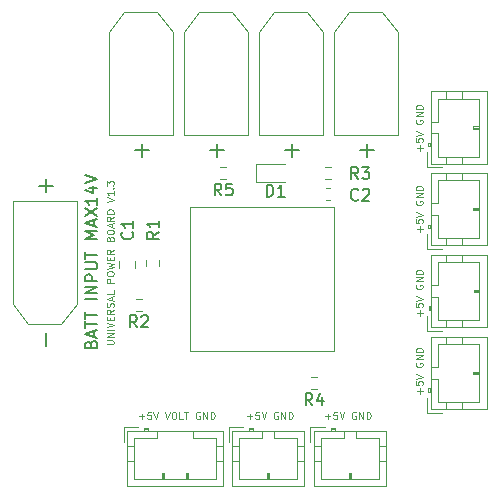
<source format=gto>
%TF.GenerationSoftware,KiCad,Pcbnew,(5.1.9)-1*%
%TF.CreationDate,2021-06-05T23:50:19+09:00*%
%TF.ProjectId,universal_power_board,756e6976-6572-4736-916c-5f706f776572,rev?*%
%TF.SameCoordinates,Original*%
%TF.FileFunction,Legend,Top*%
%TF.FilePolarity,Positive*%
%FSLAX46Y46*%
G04 Gerber Fmt 4.6, Leading zero omitted, Abs format (unit mm)*
G04 Created by KiCad (PCBNEW (5.1.9)-1) date 2021-06-05 23:50:19*
%MOMM*%
%LPD*%
G01*
G04 APERTURE LIST*
%ADD10C,0.125000*%
%ADD11C,0.100000*%
%ADD12C,0.120000*%
%ADD13C,0.150000*%
G04 APERTURE END LIST*
D10*
X104510285Y-88180857D02*
X104967428Y-88180857D01*
X104738857Y-88409428D02*
X104738857Y-87952285D01*
X105538857Y-87809428D02*
X105253142Y-87809428D01*
X105224571Y-88095142D01*
X105253142Y-88066571D01*
X105310285Y-88038000D01*
X105453142Y-88038000D01*
X105510285Y-88066571D01*
X105538857Y-88095142D01*
X105567428Y-88152285D01*
X105567428Y-88295142D01*
X105538857Y-88352285D01*
X105510285Y-88380857D01*
X105453142Y-88409428D01*
X105310285Y-88409428D01*
X105253142Y-88380857D01*
X105224571Y-88352285D01*
X105738857Y-87809428D02*
X105938857Y-88409428D01*
X106138857Y-87809428D01*
X106710285Y-87809428D02*
X106910285Y-88409428D01*
X107110285Y-87809428D01*
X107424571Y-87809428D02*
X107538857Y-87809428D01*
X107596000Y-87838000D01*
X107653142Y-87895142D01*
X107681714Y-88009428D01*
X107681714Y-88209428D01*
X107653142Y-88323714D01*
X107596000Y-88380857D01*
X107538857Y-88409428D01*
X107424571Y-88409428D01*
X107367428Y-88380857D01*
X107310285Y-88323714D01*
X107281714Y-88209428D01*
X107281714Y-88009428D01*
X107310285Y-87895142D01*
X107367428Y-87838000D01*
X107424571Y-87809428D01*
X108224571Y-88409428D02*
X107938857Y-88409428D01*
X107938857Y-87809428D01*
X108338857Y-87809428D02*
X108681714Y-87809428D01*
X108510285Y-88409428D02*
X108510285Y-87809428D01*
X109653142Y-87838000D02*
X109596000Y-87809428D01*
X109510285Y-87809428D01*
X109424571Y-87838000D01*
X109367428Y-87895142D01*
X109338857Y-87952285D01*
X109310285Y-88066571D01*
X109310285Y-88152285D01*
X109338857Y-88266571D01*
X109367428Y-88323714D01*
X109424571Y-88380857D01*
X109510285Y-88409428D01*
X109567428Y-88409428D01*
X109653142Y-88380857D01*
X109681714Y-88352285D01*
X109681714Y-88152285D01*
X109567428Y-88152285D01*
X109938857Y-88409428D02*
X109938857Y-87809428D01*
X110281714Y-88409428D01*
X110281714Y-87809428D01*
X110567428Y-88409428D02*
X110567428Y-87809428D01*
X110710285Y-87809428D01*
X110796000Y-87838000D01*
X110853142Y-87895142D01*
X110881714Y-87952285D01*
X110910285Y-88066571D01*
X110910285Y-88152285D01*
X110881714Y-88266571D01*
X110853142Y-88323714D01*
X110796000Y-88380857D01*
X110710285Y-88409428D01*
X110567428Y-88409428D01*
X128307777Y-65668285D02*
X128307777Y-65211142D01*
X128536348Y-65439714D02*
X128079205Y-65439714D01*
X127936348Y-64639714D02*
X127936348Y-64925428D01*
X128222062Y-64954000D01*
X128193491Y-64925428D01*
X128164920Y-64868285D01*
X128164920Y-64725428D01*
X128193491Y-64668285D01*
X128222062Y-64639714D01*
X128279205Y-64611142D01*
X128422062Y-64611142D01*
X128479205Y-64639714D01*
X128507777Y-64668285D01*
X128536348Y-64725428D01*
X128536348Y-64868285D01*
X128507777Y-64925428D01*
X128479205Y-64954000D01*
X127936348Y-64439714D02*
X128536348Y-64239714D01*
X127936348Y-64039714D01*
X127964920Y-63068285D02*
X127936348Y-63125428D01*
X127936348Y-63211142D01*
X127964920Y-63296857D01*
X128022062Y-63354000D01*
X128079205Y-63382571D01*
X128193491Y-63411142D01*
X128279205Y-63411142D01*
X128393491Y-63382571D01*
X128450634Y-63354000D01*
X128507777Y-63296857D01*
X128536348Y-63211142D01*
X128536348Y-63154000D01*
X128507777Y-63068285D01*
X128479205Y-63039714D01*
X128279205Y-63039714D01*
X128279205Y-63154000D01*
X128536348Y-62782571D02*
X127936348Y-62782571D01*
X128536348Y-62439714D01*
X127936348Y-62439714D01*
X128536348Y-62154000D02*
X127936348Y-62154000D01*
X127936348Y-62011142D01*
X127964920Y-61925428D01*
X128022062Y-61868285D01*
X128079205Y-61839714D01*
X128193491Y-61811142D01*
X128279205Y-61811142D01*
X128393491Y-61839714D01*
X128450634Y-61868285D01*
X128507777Y-61925428D01*
X128536348Y-62011142D01*
X128536348Y-62154000D01*
X128307777Y-72526285D02*
X128307777Y-72069142D01*
X128536348Y-72297714D02*
X128079205Y-72297714D01*
X127936348Y-71497714D02*
X127936348Y-71783428D01*
X128222062Y-71812000D01*
X128193491Y-71783428D01*
X128164920Y-71726285D01*
X128164920Y-71583428D01*
X128193491Y-71526285D01*
X128222062Y-71497714D01*
X128279205Y-71469142D01*
X128422062Y-71469142D01*
X128479205Y-71497714D01*
X128507777Y-71526285D01*
X128536348Y-71583428D01*
X128536348Y-71726285D01*
X128507777Y-71783428D01*
X128479205Y-71812000D01*
X127936348Y-71297714D02*
X128536348Y-71097714D01*
X127936348Y-70897714D01*
X127964920Y-69926285D02*
X127936348Y-69983428D01*
X127936348Y-70069142D01*
X127964920Y-70154857D01*
X128022062Y-70212000D01*
X128079205Y-70240571D01*
X128193491Y-70269142D01*
X128279205Y-70269142D01*
X128393491Y-70240571D01*
X128450634Y-70212000D01*
X128507777Y-70154857D01*
X128536348Y-70069142D01*
X128536348Y-70012000D01*
X128507777Y-69926285D01*
X128479205Y-69897714D01*
X128279205Y-69897714D01*
X128279205Y-70012000D01*
X128536348Y-69640571D02*
X127936348Y-69640571D01*
X128536348Y-69297714D01*
X127936348Y-69297714D01*
X128536348Y-69012000D02*
X127936348Y-69012000D01*
X127936348Y-68869142D01*
X127964920Y-68783428D01*
X128022062Y-68726285D01*
X128079205Y-68697714D01*
X128193491Y-68669142D01*
X128279205Y-68669142D01*
X128393491Y-68697714D01*
X128450634Y-68726285D01*
X128507777Y-68783428D01*
X128536348Y-68869142D01*
X128536348Y-69012000D01*
X128307777Y-79638285D02*
X128307777Y-79181142D01*
X128536348Y-79409714D02*
X128079205Y-79409714D01*
X127936348Y-78609714D02*
X127936348Y-78895428D01*
X128222062Y-78924000D01*
X128193491Y-78895428D01*
X128164920Y-78838285D01*
X128164920Y-78695428D01*
X128193491Y-78638285D01*
X128222062Y-78609714D01*
X128279205Y-78581142D01*
X128422062Y-78581142D01*
X128479205Y-78609714D01*
X128507777Y-78638285D01*
X128536348Y-78695428D01*
X128536348Y-78838285D01*
X128507777Y-78895428D01*
X128479205Y-78924000D01*
X127936348Y-78409714D02*
X128536348Y-78209714D01*
X127936348Y-78009714D01*
X127964920Y-77038285D02*
X127936348Y-77095428D01*
X127936348Y-77181142D01*
X127964920Y-77266857D01*
X128022062Y-77324000D01*
X128079205Y-77352571D01*
X128193491Y-77381142D01*
X128279205Y-77381142D01*
X128393491Y-77352571D01*
X128450634Y-77324000D01*
X128507777Y-77266857D01*
X128536348Y-77181142D01*
X128536348Y-77124000D01*
X128507777Y-77038285D01*
X128479205Y-77009714D01*
X128279205Y-77009714D01*
X128279205Y-77124000D01*
X128536348Y-76752571D02*
X127936348Y-76752571D01*
X128536348Y-76409714D01*
X127936348Y-76409714D01*
X128536348Y-76124000D02*
X127936348Y-76124000D01*
X127936348Y-75981142D01*
X127964920Y-75895428D01*
X128022062Y-75838285D01*
X128079205Y-75809714D01*
X128193491Y-75781142D01*
X128279205Y-75781142D01*
X128393491Y-75809714D01*
X128450634Y-75838285D01*
X128507777Y-75895428D01*
X128536348Y-75981142D01*
X128536348Y-76124000D01*
X128307777Y-86242285D02*
X128307777Y-85785142D01*
X128536348Y-86013714D02*
X128079205Y-86013714D01*
X127936348Y-85213714D02*
X127936348Y-85499428D01*
X128222062Y-85528000D01*
X128193491Y-85499428D01*
X128164920Y-85442285D01*
X128164920Y-85299428D01*
X128193491Y-85242285D01*
X128222062Y-85213714D01*
X128279205Y-85185142D01*
X128422062Y-85185142D01*
X128479205Y-85213714D01*
X128507777Y-85242285D01*
X128536348Y-85299428D01*
X128536348Y-85442285D01*
X128507777Y-85499428D01*
X128479205Y-85528000D01*
X127936348Y-85013714D02*
X128536348Y-84813714D01*
X127936348Y-84613714D01*
X127964920Y-83642285D02*
X127936348Y-83699428D01*
X127936348Y-83785142D01*
X127964920Y-83870857D01*
X128022062Y-83928000D01*
X128079205Y-83956571D01*
X128193491Y-83985142D01*
X128279205Y-83985142D01*
X128393491Y-83956571D01*
X128450634Y-83928000D01*
X128507777Y-83870857D01*
X128536348Y-83785142D01*
X128536348Y-83728000D01*
X128507777Y-83642285D01*
X128479205Y-83613714D01*
X128279205Y-83613714D01*
X128279205Y-83728000D01*
X128536348Y-83356571D02*
X127936348Y-83356571D01*
X128536348Y-83013714D01*
X127936348Y-83013714D01*
X128536348Y-82728000D02*
X127936348Y-82728000D01*
X127936348Y-82585142D01*
X127964920Y-82499428D01*
X128022062Y-82442285D01*
X128079205Y-82413714D01*
X128193491Y-82385142D01*
X128279205Y-82385142D01*
X128393491Y-82413714D01*
X128450634Y-82442285D01*
X128507777Y-82499428D01*
X128536348Y-82585142D01*
X128536348Y-82728000D01*
X120259714Y-88175777D02*
X120716857Y-88175777D01*
X120488285Y-88404348D02*
X120488285Y-87947205D01*
X121288285Y-87804348D02*
X121002571Y-87804348D01*
X120974000Y-88090062D01*
X121002571Y-88061491D01*
X121059714Y-88032920D01*
X121202571Y-88032920D01*
X121259714Y-88061491D01*
X121288285Y-88090062D01*
X121316857Y-88147205D01*
X121316857Y-88290062D01*
X121288285Y-88347205D01*
X121259714Y-88375777D01*
X121202571Y-88404348D01*
X121059714Y-88404348D01*
X121002571Y-88375777D01*
X120974000Y-88347205D01*
X121488285Y-87804348D02*
X121688285Y-88404348D01*
X121888285Y-87804348D01*
X122859714Y-87832920D02*
X122802571Y-87804348D01*
X122716857Y-87804348D01*
X122631142Y-87832920D01*
X122574000Y-87890062D01*
X122545428Y-87947205D01*
X122516857Y-88061491D01*
X122516857Y-88147205D01*
X122545428Y-88261491D01*
X122574000Y-88318634D01*
X122631142Y-88375777D01*
X122716857Y-88404348D01*
X122774000Y-88404348D01*
X122859714Y-88375777D01*
X122888285Y-88347205D01*
X122888285Y-88147205D01*
X122774000Y-88147205D01*
X123145428Y-88404348D02*
X123145428Y-87804348D01*
X123488285Y-88404348D01*
X123488285Y-87804348D01*
X123774000Y-88404348D02*
X123774000Y-87804348D01*
X123916857Y-87804348D01*
X124002571Y-87832920D01*
X124059714Y-87890062D01*
X124088285Y-87947205D01*
X124116857Y-88061491D01*
X124116857Y-88147205D01*
X124088285Y-88261491D01*
X124059714Y-88318634D01*
X124002571Y-88375777D01*
X123916857Y-88404348D01*
X123774000Y-88404348D01*
X101779428Y-82084000D02*
X102265142Y-82084000D01*
X102322285Y-82055428D01*
X102350857Y-82026857D01*
X102379428Y-81969714D01*
X102379428Y-81855428D01*
X102350857Y-81798285D01*
X102322285Y-81769714D01*
X102265142Y-81741142D01*
X101779428Y-81741142D01*
X102379428Y-81455428D02*
X101779428Y-81455428D01*
X102379428Y-81112571D01*
X101779428Y-81112571D01*
X102379428Y-80826857D02*
X101779428Y-80826857D01*
X101779428Y-80626857D02*
X102379428Y-80426857D01*
X101779428Y-80226857D01*
X102065142Y-80026857D02*
X102065142Y-79826857D01*
X102379428Y-79741142D02*
X102379428Y-80026857D01*
X101779428Y-80026857D01*
X101779428Y-79741142D01*
X102379428Y-79141142D02*
X102093714Y-79341142D01*
X102379428Y-79484000D02*
X101779428Y-79484000D01*
X101779428Y-79255428D01*
X101808000Y-79198285D01*
X101836571Y-79169714D01*
X101893714Y-79141142D01*
X101979428Y-79141142D01*
X102036571Y-79169714D01*
X102065142Y-79198285D01*
X102093714Y-79255428D01*
X102093714Y-79484000D01*
X102350857Y-78912571D02*
X102379428Y-78826857D01*
X102379428Y-78684000D01*
X102350857Y-78626857D01*
X102322285Y-78598285D01*
X102265142Y-78569714D01*
X102208000Y-78569714D01*
X102150857Y-78598285D01*
X102122285Y-78626857D01*
X102093714Y-78684000D01*
X102065142Y-78798285D01*
X102036571Y-78855428D01*
X102008000Y-78884000D01*
X101950857Y-78912571D01*
X101893714Y-78912571D01*
X101836571Y-78884000D01*
X101808000Y-78855428D01*
X101779428Y-78798285D01*
X101779428Y-78655428D01*
X101808000Y-78569714D01*
X102208000Y-78341142D02*
X102208000Y-78055428D01*
X102379428Y-78398285D02*
X101779428Y-78198285D01*
X102379428Y-77998285D01*
X102379428Y-77512571D02*
X102379428Y-77798285D01*
X101779428Y-77798285D01*
X102379428Y-76855428D02*
X101779428Y-76855428D01*
X101779428Y-76626857D01*
X101808000Y-76569714D01*
X101836571Y-76541142D01*
X101893714Y-76512571D01*
X101979428Y-76512571D01*
X102036571Y-76541142D01*
X102065142Y-76569714D01*
X102093714Y-76626857D01*
X102093714Y-76855428D01*
X101779428Y-76141142D02*
X101779428Y-76026857D01*
X101808000Y-75969714D01*
X101865142Y-75912571D01*
X101979428Y-75884000D01*
X102179428Y-75884000D01*
X102293714Y-75912571D01*
X102350857Y-75969714D01*
X102379428Y-76026857D01*
X102379428Y-76141142D01*
X102350857Y-76198285D01*
X102293714Y-76255428D01*
X102179428Y-76284000D01*
X101979428Y-76284000D01*
X101865142Y-76255428D01*
X101808000Y-76198285D01*
X101779428Y-76141142D01*
X101779428Y-75684000D02*
X102379428Y-75541142D01*
X101950857Y-75426857D01*
X102379428Y-75312571D01*
X101779428Y-75169714D01*
X102065142Y-74941142D02*
X102065142Y-74741142D01*
X102379428Y-74655428D02*
X102379428Y-74941142D01*
X101779428Y-74941142D01*
X101779428Y-74655428D01*
X102379428Y-74055428D02*
X102093714Y-74255428D01*
X102379428Y-74398285D02*
X101779428Y-74398285D01*
X101779428Y-74169714D01*
X101808000Y-74112571D01*
X101836571Y-74084000D01*
X101893714Y-74055428D01*
X101979428Y-74055428D01*
X102036571Y-74084000D01*
X102065142Y-74112571D01*
X102093714Y-74169714D01*
X102093714Y-74398285D01*
X102065142Y-73141142D02*
X102093714Y-73055428D01*
X102122285Y-73026857D01*
X102179428Y-72998285D01*
X102265142Y-72998285D01*
X102322285Y-73026857D01*
X102350857Y-73055428D01*
X102379428Y-73112571D01*
X102379428Y-73341142D01*
X101779428Y-73341142D01*
X101779428Y-73141142D01*
X101808000Y-73084000D01*
X101836571Y-73055428D01*
X101893714Y-73026857D01*
X101950857Y-73026857D01*
X102008000Y-73055428D01*
X102036571Y-73084000D01*
X102065142Y-73141142D01*
X102065142Y-73341142D01*
X101779428Y-72626857D02*
X101779428Y-72512571D01*
X101808000Y-72455428D01*
X101865142Y-72398285D01*
X101979428Y-72369714D01*
X102179428Y-72369714D01*
X102293714Y-72398285D01*
X102350857Y-72455428D01*
X102379428Y-72512571D01*
X102379428Y-72626857D01*
X102350857Y-72684000D01*
X102293714Y-72741142D01*
X102179428Y-72769714D01*
X101979428Y-72769714D01*
X101865142Y-72741142D01*
X101808000Y-72684000D01*
X101779428Y-72626857D01*
X102208000Y-72141142D02*
X102208000Y-71855428D01*
X102379428Y-72198285D02*
X101779428Y-71998285D01*
X102379428Y-71798285D01*
X102379428Y-71255428D02*
X102093714Y-71455428D01*
X102379428Y-71598285D02*
X101779428Y-71598285D01*
X101779428Y-71369714D01*
X101808000Y-71312571D01*
X101836571Y-71284000D01*
X101893714Y-71255428D01*
X101979428Y-71255428D01*
X102036571Y-71284000D01*
X102065142Y-71312571D01*
X102093714Y-71369714D01*
X102093714Y-71598285D01*
X102379428Y-70998285D02*
X101779428Y-70998285D01*
X101779428Y-70855428D01*
X101808000Y-70769714D01*
X101865142Y-70712571D01*
X101922285Y-70684000D01*
X102036571Y-70655428D01*
X102122285Y-70655428D01*
X102236571Y-70684000D01*
X102293714Y-70712571D01*
X102350857Y-70769714D01*
X102379428Y-70855428D01*
X102379428Y-70998285D01*
X101779428Y-70026857D02*
X102379428Y-69826857D01*
X101779428Y-69626857D01*
X102379428Y-69112571D02*
X102379428Y-69455428D01*
X102379428Y-69284000D02*
X101779428Y-69284000D01*
X101865142Y-69341142D01*
X101922285Y-69398285D01*
X101950857Y-69455428D01*
X102322285Y-68855428D02*
X102350857Y-68826857D01*
X102379428Y-68855428D01*
X102350857Y-68884000D01*
X102322285Y-68855428D01*
X102379428Y-68855428D01*
X101779428Y-68626857D02*
X101779428Y-68255428D01*
X102008000Y-68455428D01*
X102008000Y-68369714D01*
X102036571Y-68312571D01*
X102065142Y-68284000D01*
X102122285Y-68255428D01*
X102265142Y-68255428D01*
X102322285Y-68284000D01*
X102350857Y-68312571D01*
X102379428Y-68369714D01*
X102379428Y-68541142D01*
X102350857Y-68598285D01*
X102322285Y-68626857D01*
X113655714Y-88175777D02*
X114112857Y-88175777D01*
X113884285Y-88404348D02*
X113884285Y-87947205D01*
X114684285Y-87804348D02*
X114398571Y-87804348D01*
X114370000Y-88090062D01*
X114398571Y-88061491D01*
X114455714Y-88032920D01*
X114598571Y-88032920D01*
X114655714Y-88061491D01*
X114684285Y-88090062D01*
X114712857Y-88147205D01*
X114712857Y-88290062D01*
X114684285Y-88347205D01*
X114655714Y-88375777D01*
X114598571Y-88404348D01*
X114455714Y-88404348D01*
X114398571Y-88375777D01*
X114370000Y-88347205D01*
X114884285Y-87804348D02*
X115084285Y-88404348D01*
X115284285Y-87804348D01*
X116255714Y-87832920D02*
X116198571Y-87804348D01*
X116112857Y-87804348D01*
X116027142Y-87832920D01*
X115970000Y-87890062D01*
X115941428Y-87947205D01*
X115912857Y-88061491D01*
X115912857Y-88147205D01*
X115941428Y-88261491D01*
X115970000Y-88318634D01*
X116027142Y-88375777D01*
X116112857Y-88404348D01*
X116170000Y-88404348D01*
X116255714Y-88375777D01*
X116284285Y-88347205D01*
X116284285Y-88147205D01*
X116170000Y-88147205D01*
X116541428Y-88404348D02*
X116541428Y-87804348D01*
X116884285Y-88404348D01*
X116884285Y-87804348D01*
X117170000Y-88404348D02*
X117170000Y-87804348D01*
X117312857Y-87804348D01*
X117398571Y-87832920D01*
X117455714Y-87890062D01*
X117484285Y-87947205D01*
X117512857Y-88061491D01*
X117512857Y-88147205D01*
X117484285Y-88261491D01*
X117455714Y-88318634D01*
X117398571Y-88375777D01*
X117312857Y-88404348D01*
X117170000Y-88404348D01*
D11*
%TO.C,U1*%
X108865130Y-70483000D02*
X121055130Y-70483000D01*
X121055130Y-70483000D02*
X121055130Y-82673000D01*
X121055130Y-82673000D02*
X108865130Y-82673000D01*
X108865130Y-82673000D02*
X108865130Y-70483000D01*
D12*
%TO.C,R5*%
X111911224Y-68086500D02*
X111401776Y-68086500D01*
X111911224Y-67041500D02*
X111401776Y-67041500D01*
%TO.C,R4*%
X119611224Y-85866500D02*
X119101776Y-85866500D01*
X119611224Y-84821500D02*
X119101776Y-84821500D01*
%TO.C,R3*%
X120244776Y-67041500D02*
X120754224Y-67041500D01*
X120244776Y-68086500D02*
X120754224Y-68086500D01*
%TO.C,R2*%
X104752224Y-78217500D02*
X104242776Y-78217500D01*
X104752224Y-79262500D02*
X104242776Y-79262500D01*
%TO.C,R1*%
X105141500Y-74952776D02*
X105141500Y-75462224D01*
X106186500Y-74952776D02*
X106186500Y-75462224D01*
%TO.C,J12*%
X126415000Y-55632000D02*
X126415000Y-64352000D01*
X126415000Y-64352000D02*
X120995000Y-64352000D01*
X120995000Y-55632000D02*
X120995000Y-64352000D01*
X125115000Y-53932000D02*
X126415000Y-55632000D01*
X122295000Y-53932000D02*
X120995000Y-55632000D01*
X125115000Y-53932000D02*
X122295000Y-53932000D01*
%TO.C,J11*%
X120065000Y-55632000D02*
X120065000Y-64352000D01*
X120065000Y-64352000D02*
X114645000Y-64352000D01*
X114645000Y-55632000D02*
X114645000Y-64352000D01*
X118765000Y-53932000D02*
X120065000Y-55632000D01*
X115945000Y-53932000D02*
X114645000Y-55632000D01*
X118765000Y-53932000D02*
X115945000Y-53932000D01*
%TO.C,J10*%
X119316440Y-89381080D02*
X119316440Y-94101080D01*
X119316440Y-94101080D02*
X125436440Y-94101080D01*
X125436440Y-94101080D02*
X125436440Y-89381080D01*
X125436440Y-89381080D02*
X119316440Y-89381080D01*
X121076440Y-89381080D02*
X121076440Y-89181080D01*
X121076440Y-89181080D02*
X120776440Y-89181080D01*
X120776440Y-89181080D02*
X120776440Y-89381080D01*
X121076440Y-89281080D02*
X120776440Y-89281080D01*
X121876440Y-89381080D02*
X121876440Y-89991080D01*
X121876440Y-89991080D02*
X119926440Y-89991080D01*
X119926440Y-89991080D02*
X119926440Y-93491080D01*
X119926440Y-93491080D02*
X124826440Y-93491080D01*
X124826440Y-93491080D02*
X124826440Y-89991080D01*
X124826440Y-89991080D02*
X122876440Y-89991080D01*
X122876440Y-89991080D02*
X122876440Y-89381080D01*
X119316440Y-90691080D02*
X119926440Y-90691080D01*
X119316440Y-91991080D02*
X119926440Y-91991080D01*
X125436440Y-90691080D02*
X124826440Y-90691080D01*
X125436440Y-91991080D02*
X124826440Y-91991080D01*
X122276440Y-93491080D02*
X122276440Y-92991080D01*
X122276440Y-92991080D02*
X122476440Y-92991080D01*
X122476440Y-92991080D02*
X122476440Y-93491080D01*
X122376440Y-93491080D02*
X122376440Y-92991080D01*
X120266440Y-89081080D02*
X119016440Y-89081080D01*
X119016440Y-89081080D02*
X119016440Y-90331080D01*
%TO.C,J9*%
X112397480Y-89370920D02*
X112397480Y-94090920D01*
X112397480Y-94090920D02*
X118517480Y-94090920D01*
X118517480Y-94090920D02*
X118517480Y-89370920D01*
X118517480Y-89370920D02*
X112397480Y-89370920D01*
X114157480Y-89370920D02*
X114157480Y-89170920D01*
X114157480Y-89170920D02*
X113857480Y-89170920D01*
X113857480Y-89170920D02*
X113857480Y-89370920D01*
X114157480Y-89270920D02*
X113857480Y-89270920D01*
X114957480Y-89370920D02*
X114957480Y-89980920D01*
X114957480Y-89980920D02*
X113007480Y-89980920D01*
X113007480Y-89980920D02*
X113007480Y-93480920D01*
X113007480Y-93480920D02*
X117907480Y-93480920D01*
X117907480Y-93480920D02*
X117907480Y-89980920D01*
X117907480Y-89980920D02*
X115957480Y-89980920D01*
X115957480Y-89980920D02*
X115957480Y-89370920D01*
X112397480Y-90680920D02*
X113007480Y-90680920D01*
X112397480Y-91980920D02*
X113007480Y-91980920D01*
X118517480Y-90680920D02*
X117907480Y-90680920D01*
X118517480Y-91980920D02*
X117907480Y-91980920D01*
X115357480Y-93480920D02*
X115357480Y-92980920D01*
X115357480Y-92980920D02*
X115557480Y-92980920D01*
X115557480Y-92980920D02*
X115557480Y-93480920D01*
X115457480Y-93480920D02*
X115457480Y-92980920D01*
X113347480Y-89070920D02*
X112097480Y-89070920D01*
X112097480Y-89070920D02*
X112097480Y-90320920D01*
%TO.C,J8*%
X129218440Y-87548780D02*
X133938440Y-87548780D01*
X133938440Y-87548780D02*
X133938440Y-81428780D01*
X133938440Y-81428780D02*
X129218440Y-81428780D01*
X129218440Y-81428780D02*
X129218440Y-87548780D01*
X129218440Y-85788780D02*
X129018440Y-85788780D01*
X129018440Y-85788780D02*
X129018440Y-86088780D01*
X129018440Y-86088780D02*
X129218440Y-86088780D01*
X129118440Y-85788780D02*
X129118440Y-86088780D01*
X129218440Y-84988780D02*
X129828440Y-84988780D01*
X129828440Y-84988780D02*
X129828440Y-86938780D01*
X129828440Y-86938780D02*
X133328440Y-86938780D01*
X133328440Y-86938780D02*
X133328440Y-82038780D01*
X133328440Y-82038780D02*
X129828440Y-82038780D01*
X129828440Y-82038780D02*
X129828440Y-83988780D01*
X129828440Y-83988780D02*
X129218440Y-83988780D01*
X130528440Y-87548780D02*
X130528440Y-86938780D01*
X131828440Y-87548780D02*
X131828440Y-86938780D01*
X130528440Y-81428780D02*
X130528440Y-82038780D01*
X131828440Y-81428780D02*
X131828440Y-82038780D01*
X133328440Y-84588780D02*
X132828440Y-84588780D01*
X132828440Y-84588780D02*
X132828440Y-84388780D01*
X132828440Y-84388780D02*
X133328440Y-84388780D01*
X133328440Y-84488780D02*
X132828440Y-84488780D01*
X128918440Y-86598780D02*
X128918440Y-87848780D01*
X128918440Y-87848780D02*
X130168440Y-87848780D01*
%TO.C,J7*%
X129228600Y-80609500D02*
X133948600Y-80609500D01*
X133948600Y-80609500D02*
X133948600Y-74489500D01*
X133948600Y-74489500D02*
X129228600Y-74489500D01*
X129228600Y-74489500D02*
X129228600Y-80609500D01*
X129228600Y-78849500D02*
X129028600Y-78849500D01*
X129028600Y-78849500D02*
X129028600Y-79149500D01*
X129028600Y-79149500D02*
X129228600Y-79149500D01*
X129128600Y-78849500D02*
X129128600Y-79149500D01*
X129228600Y-78049500D02*
X129838600Y-78049500D01*
X129838600Y-78049500D02*
X129838600Y-79999500D01*
X129838600Y-79999500D02*
X133338600Y-79999500D01*
X133338600Y-79999500D02*
X133338600Y-75099500D01*
X133338600Y-75099500D02*
X129838600Y-75099500D01*
X129838600Y-75099500D02*
X129838600Y-77049500D01*
X129838600Y-77049500D02*
X129228600Y-77049500D01*
X130538600Y-80609500D02*
X130538600Y-79999500D01*
X131838600Y-80609500D02*
X131838600Y-79999500D01*
X130538600Y-74489500D02*
X130538600Y-75099500D01*
X131838600Y-74489500D02*
X131838600Y-75099500D01*
X133338600Y-77649500D02*
X132838600Y-77649500D01*
X132838600Y-77649500D02*
X132838600Y-77449500D01*
X132838600Y-77449500D02*
X133338600Y-77449500D01*
X133338600Y-77549500D02*
X132838600Y-77549500D01*
X128928600Y-79659500D02*
X128928600Y-80909500D01*
X128928600Y-80909500D02*
X130178600Y-80909500D01*
%TO.C,J6*%
X113715000Y-55632000D02*
X113715000Y-64352000D01*
X113715000Y-64352000D02*
X108295000Y-64352000D01*
X108295000Y-55632000D02*
X108295000Y-64352000D01*
X112415000Y-53932000D02*
X113715000Y-55632000D01*
X109595000Y-53932000D02*
X108295000Y-55632000D01*
X112415000Y-53932000D02*
X109595000Y-53932000D01*
%TO.C,J5*%
X129220980Y-73693080D02*
X133940980Y-73693080D01*
X133940980Y-73693080D02*
X133940980Y-67573080D01*
X133940980Y-67573080D02*
X129220980Y-67573080D01*
X129220980Y-67573080D02*
X129220980Y-73693080D01*
X129220980Y-71933080D02*
X129020980Y-71933080D01*
X129020980Y-71933080D02*
X129020980Y-72233080D01*
X129020980Y-72233080D02*
X129220980Y-72233080D01*
X129120980Y-71933080D02*
X129120980Y-72233080D01*
X129220980Y-71133080D02*
X129830980Y-71133080D01*
X129830980Y-71133080D02*
X129830980Y-73083080D01*
X129830980Y-73083080D02*
X133330980Y-73083080D01*
X133330980Y-73083080D02*
X133330980Y-68183080D01*
X133330980Y-68183080D02*
X129830980Y-68183080D01*
X129830980Y-68183080D02*
X129830980Y-70133080D01*
X129830980Y-70133080D02*
X129220980Y-70133080D01*
X130530980Y-73693080D02*
X130530980Y-73083080D01*
X131830980Y-73693080D02*
X131830980Y-73083080D01*
X130530980Y-67573080D02*
X130530980Y-68183080D01*
X131830980Y-67573080D02*
X131830980Y-68183080D01*
X133330980Y-70733080D02*
X132830980Y-70733080D01*
X132830980Y-70733080D02*
X132830980Y-70533080D01*
X132830980Y-70533080D02*
X133330980Y-70533080D01*
X133330980Y-70633080D02*
X132830980Y-70633080D01*
X128920980Y-72743080D02*
X128920980Y-73993080D01*
X128920980Y-73993080D02*
X130170980Y-73993080D01*
%TO.C,J4*%
X129220980Y-66781740D02*
X133940980Y-66781740D01*
X133940980Y-66781740D02*
X133940980Y-60661740D01*
X133940980Y-60661740D02*
X129220980Y-60661740D01*
X129220980Y-60661740D02*
X129220980Y-66781740D01*
X129220980Y-65021740D02*
X129020980Y-65021740D01*
X129020980Y-65021740D02*
X129020980Y-65321740D01*
X129020980Y-65321740D02*
X129220980Y-65321740D01*
X129120980Y-65021740D02*
X129120980Y-65321740D01*
X129220980Y-64221740D02*
X129830980Y-64221740D01*
X129830980Y-64221740D02*
X129830980Y-66171740D01*
X129830980Y-66171740D02*
X133330980Y-66171740D01*
X133330980Y-66171740D02*
X133330980Y-61271740D01*
X133330980Y-61271740D02*
X129830980Y-61271740D01*
X129830980Y-61271740D02*
X129830980Y-63221740D01*
X129830980Y-63221740D02*
X129220980Y-63221740D01*
X130530980Y-66781740D02*
X130530980Y-66171740D01*
X131830980Y-66781740D02*
X131830980Y-66171740D01*
X130530980Y-60661740D02*
X130530980Y-61271740D01*
X131830980Y-60661740D02*
X131830980Y-61271740D01*
X133330980Y-63821740D02*
X132830980Y-63821740D01*
X132830980Y-63821740D02*
X132830980Y-63621740D01*
X132830980Y-63621740D02*
X133330980Y-63621740D01*
X133330980Y-63721740D02*
X132830980Y-63721740D01*
X128920980Y-65831740D02*
X128920980Y-67081740D01*
X128920980Y-67081740D02*
X130170980Y-67081740D01*
%TO.C,J3*%
X107358000Y-55632000D02*
X107358000Y-64352000D01*
X107358000Y-64352000D02*
X101938000Y-64352000D01*
X101938000Y-55632000D02*
X101938000Y-64352000D01*
X106058000Y-53932000D02*
X107358000Y-55632000D01*
X103238000Y-53932000D02*
X101938000Y-55632000D01*
X106058000Y-53932000D02*
X103238000Y-53932000D01*
%TO.C,J2*%
X93810000Y-78654000D02*
X93810000Y-69934000D01*
X93810000Y-69934000D02*
X99230000Y-69934000D01*
X99230000Y-78654000D02*
X99230000Y-69934000D01*
X95110000Y-80354000D02*
X93810000Y-78654000D01*
X97930000Y-80354000D02*
X99230000Y-78654000D01*
X95110000Y-80354000D02*
X97930000Y-80354000D01*
%TO.C,J1*%
X103504940Y-89370920D02*
X103504940Y-94090920D01*
X103504940Y-94090920D02*
X111624940Y-94090920D01*
X111624940Y-94090920D02*
X111624940Y-89370920D01*
X111624940Y-89370920D02*
X103504940Y-89370920D01*
X105264940Y-89370920D02*
X105264940Y-89170920D01*
X105264940Y-89170920D02*
X104964940Y-89170920D01*
X104964940Y-89170920D02*
X104964940Y-89370920D01*
X105264940Y-89270920D02*
X104964940Y-89270920D01*
X106064940Y-89370920D02*
X106064940Y-89980920D01*
X106064940Y-89980920D02*
X104114940Y-89980920D01*
X104114940Y-89980920D02*
X104114940Y-93480920D01*
X104114940Y-93480920D02*
X111014940Y-93480920D01*
X111014940Y-93480920D02*
X111014940Y-89980920D01*
X111014940Y-89980920D02*
X109064940Y-89980920D01*
X109064940Y-89980920D02*
X109064940Y-89370920D01*
X103504940Y-90680920D02*
X104114940Y-90680920D01*
X103504940Y-91980920D02*
X104114940Y-91980920D01*
X111624940Y-90680920D02*
X111014940Y-90680920D01*
X111624940Y-91980920D02*
X111014940Y-91980920D01*
X106464940Y-93480920D02*
X106464940Y-92980920D01*
X106464940Y-92980920D02*
X106664940Y-92980920D01*
X106664940Y-92980920D02*
X106664940Y-93480920D01*
X106564940Y-93480920D02*
X106564940Y-92980920D01*
X108464940Y-93480920D02*
X108464940Y-92980920D01*
X108464940Y-92980920D02*
X108664940Y-92980920D01*
X108664940Y-92980920D02*
X108664940Y-93480920D01*
X108564940Y-93480920D02*
X108564940Y-92980920D01*
X104454940Y-89070920D02*
X103204940Y-89070920D01*
X103204940Y-89070920D02*
X103204940Y-90320920D01*
%TO.C,D1*%
X116864000Y-66829000D02*
X114404000Y-66829000D01*
X114404000Y-66829000D02*
X114404000Y-68299000D01*
X114404000Y-68299000D02*
X116864000Y-68299000D01*
%TO.C,C2*%
X120337733Y-68832000D02*
X120680267Y-68832000D01*
X120337733Y-69852000D02*
X120680267Y-69852000D01*
%TO.C,C1*%
X102795000Y-75058748D02*
X102795000Y-75581252D01*
X104215000Y-75058748D02*
X104215000Y-75581252D01*
%TO.C,R5*%
D13*
X111489193Y-69471800D02*
X111155860Y-68995610D01*
X110917764Y-69471800D02*
X110917764Y-68471800D01*
X111298717Y-68471800D01*
X111393955Y-68519420D01*
X111441574Y-68567039D01*
X111489193Y-68662277D01*
X111489193Y-68805134D01*
X111441574Y-68900372D01*
X111393955Y-68947991D01*
X111298717Y-68995610D01*
X110917764Y-68995610D01*
X112393955Y-68471800D02*
X111917764Y-68471800D01*
X111870145Y-68947991D01*
X111917764Y-68900372D01*
X112013002Y-68852753D01*
X112251098Y-68852753D01*
X112346336Y-68900372D01*
X112393955Y-68947991D01*
X112441574Y-69043229D01*
X112441574Y-69281324D01*
X112393955Y-69376562D01*
X112346336Y-69424181D01*
X112251098Y-69471800D01*
X112013002Y-69471800D01*
X111917764Y-69424181D01*
X111870145Y-69376562D01*
%TO.C,R4*%
X119189833Y-87226380D02*
X118856500Y-86750190D01*
X118618404Y-87226380D02*
X118618404Y-86226380D01*
X118999357Y-86226380D01*
X119094595Y-86274000D01*
X119142214Y-86321619D01*
X119189833Y-86416857D01*
X119189833Y-86559714D01*
X119142214Y-86654952D01*
X119094595Y-86702571D01*
X118999357Y-86750190D01*
X118618404Y-86750190D01*
X120046976Y-86559714D02*
X120046976Y-87226380D01*
X119808880Y-86178761D02*
X119570785Y-86893047D01*
X120189833Y-86893047D01*
%TO.C,R3*%
X123061433Y-68072260D02*
X122728100Y-67596070D01*
X122490004Y-68072260D02*
X122490004Y-67072260D01*
X122870957Y-67072260D01*
X122966195Y-67119880D01*
X123013814Y-67167499D01*
X123061433Y-67262737D01*
X123061433Y-67405594D01*
X123013814Y-67500832D01*
X122966195Y-67548451D01*
X122870957Y-67596070D01*
X122490004Y-67596070D01*
X123394766Y-67072260D02*
X124013814Y-67072260D01*
X123680480Y-67453213D01*
X123823338Y-67453213D01*
X123918576Y-67500832D01*
X123966195Y-67548451D01*
X124013814Y-67643689D01*
X124013814Y-67881784D01*
X123966195Y-67977022D01*
X123918576Y-68024641D01*
X123823338Y-68072260D01*
X123537623Y-68072260D01*
X123442385Y-68024641D01*
X123394766Y-67977022D01*
%TO.C,R2*%
X104330833Y-80622380D02*
X103997500Y-80146190D01*
X103759404Y-80622380D02*
X103759404Y-79622380D01*
X104140357Y-79622380D01*
X104235595Y-79670000D01*
X104283214Y-79717619D01*
X104330833Y-79812857D01*
X104330833Y-79955714D01*
X104283214Y-80050952D01*
X104235595Y-80098571D01*
X104140357Y-80146190D01*
X103759404Y-80146190D01*
X104711785Y-79717619D02*
X104759404Y-79670000D01*
X104854642Y-79622380D01*
X105092738Y-79622380D01*
X105187976Y-79670000D01*
X105235595Y-79717619D01*
X105283214Y-79812857D01*
X105283214Y-79908095D01*
X105235595Y-80050952D01*
X104664166Y-80622380D01*
X105283214Y-80622380D01*
%TO.C,R1*%
X106167180Y-72546506D02*
X105690990Y-72879840D01*
X106167180Y-73117935D02*
X105167180Y-73117935D01*
X105167180Y-72736982D01*
X105214800Y-72641744D01*
X105262419Y-72594125D01*
X105357657Y-72546506D01*
X105500514Y-72546506D01*
X105595752Y-72594125D01*
X105643371Y-72641744D01*
X105690990Y-72736982D01*
X105690990Y-73117935D01*
X106167180Y-71594125D02*
X106167180Y-72165554D01*
X106167180Y-71879840D02*
X105167180Y-71879840D01*
X105310038Y-71975078D01*
X105405276Y-72070316D01*
X105452895Y-72165554D01*
%TO.C,J12*%
X123812142Y-66213428D02*
X123812142Y-65070571D01*
X124383571Y-65642000D02*
X123240714Y-65642000D01*
%TO.C,J11*%
X117462142Y-66213428D02*
X117462142Y-65070571D01*
X118033571Y-65642000D02*
X116890714Y-65642000D01*
%TO.C,J6*%
X111112142Y-66213428D02*
X111112142Y-65070571D01*
X111683571Y-65642000D02*
X110540714Y-65642000D01*
%TO.C,J3*%
X104755142Y-66213428D02*
X104755142Y-65070571D01*
X105326571Y-65642000D02*
X104183714Y-65642000D01*
%TO.C,J2*%
X100448571Y-82048761D02*
X100496190Y-81905904D01*
X100543809Y-81858285D01*
X100639047Y-81810666D01*
X100781904Y-81810666D01*
X100877142Y-81858285D01*
X100924761Y-81905904D01*
X100972380Y-82001142D01*
X100972380Y-82382095D01*
X99972380Y-82382095D01*
X99972380Y-82048761D01*
X100020000Y-81953523D01*
X100067619Y-81905904D01*
X100162857Y-81858285D01*
X100258095Y-81858285D01*
X100353333Y-81905904D01*
X100400952Y-81953523D01*
X100448571Y-82048761D01*
X100448571Y-82382095D01*
X100686666Y-81429714D02*
X100686666Y-80953523D01*
X100972380Y-81524952D02*
X99972380Y-81191619D01*
X100972380Y-80858285D01*
X99972380Y-80667809D02*
X99972380Y-80096380D01*
X100972380Y-80382095D02*
X99972380Y-80382095D01*
X99972380Y-79905904D02*
X99972380Y-79334476D01*
X100972380Y-79620190D02*
X99972380Y-79620190D01*
X100972380Y-78239238D02*
X99972380Y-78239238D01*
X100972380Y-77763047D02*
X99972380Y-77763047D01*
X100972380Y-77191619D01*
X99972380Y-77191619D01*
X100972380Y-76715428D02*
X99972380Y-76715428D01*
X99972380Y-76334476D01*
X100020000Y-76239238D01*
X100067619Y-76191619D01*
X100162857Y-76144000D01*
X100305714Y-76144000D01*
X100400952Y-76191619D01*
X100448571Y-76239238D01*
X100496190Y-76334476D01*
X100496190Y-76715428D01*
X99972380Y-75715428D02*
X100781904Y-75715428D01*
X100877142Y-75667809D01*
X100924761Y-75620190D01*
X100972380Y-75524952D01*
X100972380Y-75334476D01*
X100924761Y-75239238D01*
X100877142Y-75191619D01*
X100781904Y-75144000D01*
X99972380Y-75144000D01*
X99972380Y-74810666D02*
X99972380Y-74239238D01*
X100972380Y-74524952D02*
X99972380Y-74524952D01*
X100972380Y-73144000D02*
X99972380Y-73144000D01*
X100686666Y-72810666D01*
X99972380Y-72477333D01*
X100972380Y-72477333D01*
X100686666Y-72048761D02*
X100686666Y-71572571D01*
X100972380Y-72144000D02*
X99972380Y-71810666D01*
X100972380Y-71477333D01*
X99972380Y-71239238D02*
X100972380Y-70572571D01*
X99972380Y-70572571D02*
X100972380Y-71239238D01*
X100972380Y-69667809D02*
X100972380Y-70239238D01*
X100972380Y-69953523D02*
X99972380Y-69953523D01*
X100115238Y-70048761D01*
X100210476Y-70144000D01*
X100258095Y-70239238D01*
X100305714Y-68810666D02*
X100972380Y-68810666D01*
X99924761Y-69048761D02*
X100639047Y-69286857D01*
X100639047Y-68667809D01*
X99972380Y-68429714D02*
X100972380Y-68096380D01*
X99972380Y-67763047D01*
X96627142Y-82215428D02*
X96627142Y-81072571D01*
X96627142Y-69215428D02*
X96627142Y-68072571D01*
X97198571Y-68644000D02*
X96055714Y-68644000D01*
%TO.C,D1*%
X115309424Y-69558160D02*
X115309424Y-68558160D01*
X115547520Y-68558160D01*
X115690377Y-68605780D01*
X115785615Y-68701018D01*
X115833234Y-68796256D01*
X115880853Y-68986732D01*
X115880853Y-69129589D01*
X115833234Y-69320065D01*
X115785615Y-69415303D01*
X115690377Y-69510541D01*
X115547520Y-69558160D01*
X115309424Y-69558160D01*
X116833234Y-69558160D02*
X116261805Y-69558160D01*
X116547520Y-69558160D02*
X116547520Y-68558160D01*
X116452281Y-68701018D01*
X116357043Y-68796256D01*
X116261805Y-68843875D01*
%TO.C,C2*%
X123061433Y-69800742D02*
X123013814Y-69848361D01*
X122870957Y-69895980D01*
X122775719Y-69895980D01*
X122632861Y-69848361D01*
X122537623Y-69753123D01*
X122490004Y-69657885D01*
X122442385Y-69467409D01*
X122442385Y-69324552D01*
X122490004Y-69134076D01*
X122537623Y-69038838D01*
X122632861Y-68943600D01*
X122775719Y-68895980D01*
X122870957Y-68895980D01*
X123013814Y-68943600D01*
X123061433Y-68991219D01*
X123442385Y-68991219D02*
X123490004Y-68943600D01*
X123585242Y-68895980D01*
X123823338Y-68895980D01*
X123918576Y-68943600D01*
X123966195Y-68991219D01*
X124013814Y-69086457D01*
X124013814Y-69181695D01*
X123966195Y-69324552D01*
X123394766Y-69895980D01*
X124013814Y-69895980D01*
%TO.C,C1*%
X103920562Y-72564286D02*
X103968181Y-72611905D01*
X104015800Y-72754762D01*
X104015800Y-72850000D01*
X103968181Y-72992858D01*
X103872943Y-73088096D01*
X103777705Y-73135715D01*
X103587229Y-73183334D01*
X103444372Y-73183334D01*
X103253896Y-73135715D01*
X103158658Y-73088096D01*
X103063420Y-72992858D01*
X103015800Y-72850000D01*
X103015800Y-72754762D01*
X103063420Y-72611905D01*
X103111039Y-72564286D01*
X104015800Y-71611905D02*
X104015800Y-72183334D01*
X104015800Y-71897620D02*
X103015800Y-71897620D01*
X103158658Y-71992858D01*
X103253896Y-72088096D01*
X103301515Y-72183334D01*
%TD*%
M02*

</source>
